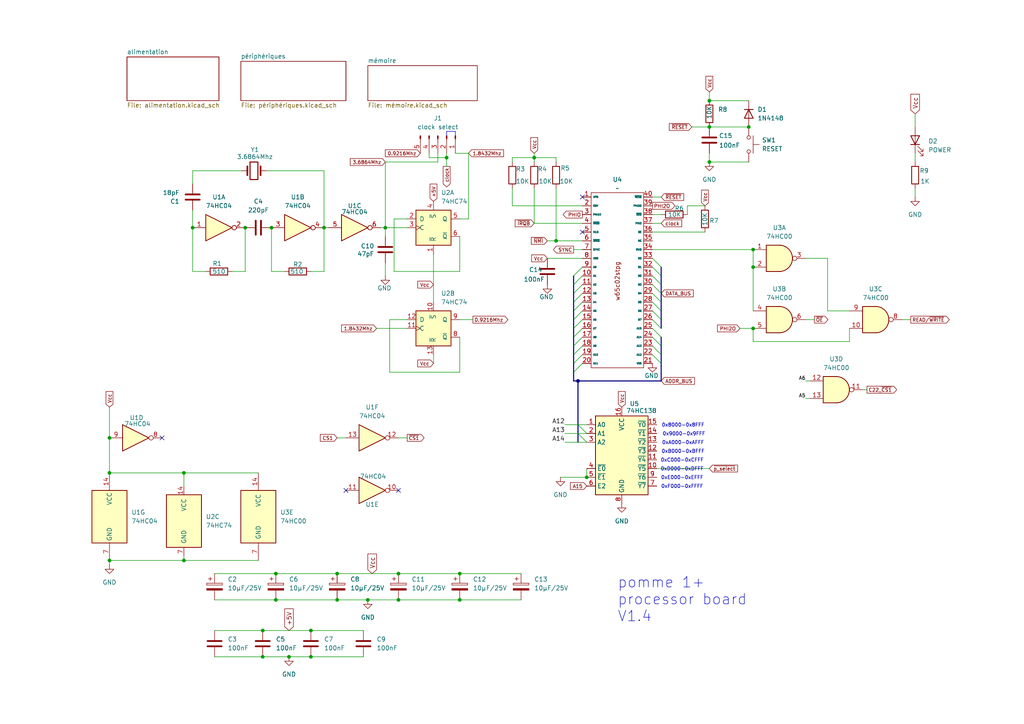
<source format=kicad_sch>
(kicad_sch (version 20231120) (generator "eeschema") (generator_version "8.0")
  (paper "A4")
  (lib_symbols
    (symbol "74xx:74HC00" (pin_names (offset 1.016))
      (property "Reference" "U" (at 0 1.27 0))
      (property "Value" "74HC00" (at 0 -1.27 0))
      (symbol "74HC00_1_1"
        (arc (start 0 -3.81) (mid 3.7934 0) (end 0 3.81) (stroke (width 0.254)) (fill (type background)))
        (polyline (pts (xy 0 3.81) (xy -3.81 3.81) (xy -3.81 -3.81) (xy 0 -3.81)) (stroke (width 0.254)) (fill (type background)))
        (pin input line (at -7.62 2.54 0) (length 3.81) (name "~") (number "1"))
        (pin input line (at -7.62 -2.54 0) (length 3.81) (name "~") (number "2"))
        (pin output inverted (at 7.62 0 180) (length 3.81) (name "~") (number "3"))
      )
      (symbol "74HC00_1_2"
        (arc (start -3.81 -3.81) (mid -2.589 0) (end -3.81 3.81) (stroke (width 0.254)))
        (arc (start -0.6096 -3.81) (mid 2.1842 -2.5851) (end 3.81 0) (stroke (width 0.254)) (fill (type background)))
        (polyline (pts (xy -3.81 -3.81) (xy -0.635 -3.81)) (stroke (width 0.254)) (fill (type background)))
        (polyline (pts (xy -3.81 3.81) (xy -0.635 3.81)) (stroke (width 0.254)) (fill (type background)))
        (polyline (pts (xy -0.635 3.81) (xy -3.81 3.81) (xy -3.81 3.81) (xy -3.556 3.4036) (xy -3.0226 2.2606) (xy -2.6924 1.0414) (xy -2.6162 -0.254) (xy -2.7686 -1.4986) (xy -3.175 -2.7178) (xy -3.81 -3.81) (xy -3.81 -3.81) (xy -0.635 -3.81)) (stroke (width -25.4)) (fill (type background)))
        (arc (start 3.81 0) (mid 2.1915 2.5936) (end -0.6096 3.81) (stroke (width 0.254)) (fill (type background)))
        (pin input inverted (at -7.62 2.54 0) (length 4.318) (name "~") (number "1"))
        (pin input inverted (at -7.62 -2.54 0) (length 4.318) (name "~") (number "2"))
        (pin output line (at 7.62 0 180) (length 3.81) (name "~") (number "3"))
      )
      (symbol "74HC00_2_1"
        (arc (start 0 -3.81) (mid 3.7934 0) (end 0 3.81) (stroke (width 0.254)) (fill (type background)))
        (polyline (pts (xy 0 3.81) (xy -3.81 3.81) (xy -3.81 -3.81) (xy 0 -3.81)) (stroke (width 0.254)) (fill (type background)))
        (pin input line (at -7.62 2.54 0) (length 3.81) (name "~") (number "4"))
        (pin input line (at -7.62 -2.54 0) (length 3.81) (name "~") (number "5"))
        (pin output inverted (at 7.62 0 180) (length 3.81) (name "~") (number "6"))
      )
      (symbol "74HC00_2_2"
        (arc (start -3.81 -3.81) (mid -2.589 0) (end -3.81 3.81) (stroke (width 0.254)))
        (arc (start -0.6096 -3.81) (mid 2.1842 -2.5851) (end 3.81 0) (stroke (width 0.254)) (fill (type background)))
        (polyline (pts (xy -3.81 -3.81) (xy -0.635 -3.81)) (stroke (width 0.254)) (fill (type background)))
        (polyline (pts (xy -3.81 3.81) (xy -0.635 3.81)) (stroke (width 0.254)) (fill (type background)))
        (polyline (pts (xy -0.635 3.81) (xy -3.81 3.81) (xy -3.81 3.81) (xy -3.556 3.4036) (xy -3.0226 2.2606) (xy -2.6924 1.0414) (xy -2.6162 -0.254) (xy -2.7686 -1.4986) (xy -3.175 -2.7178) (xy -3.81 -3.81) (xy -3.81 -3.81) (xy -0.635 -3.81)) (stroke (width -25.4)) (fill (type background)))
        (arc (start 3.81 0) (mid 2.1915 2.5936) (end -0.6096 3.81) (stroke (width 0.254)) (fill (type background)))
        (pin input inverted (at -7.62 2.54 0) (length 4.318) (name "~") (number "4"))
        (pin input inverted (at -7.62 -2.54 0) (length 4.318) (name "~") (number "5"))
        (pin output line (at 7.62 0 180) (length 3.81) (name "~") (number "6"))
      )
      (symbol "74HC00_3_1"
        (arc (start 0 -3.81) (mid 3.7934 0) (end 0 3.81) (stroke (width 0.254)) (fill (type background)))
        (polyline (pts (xy 0 3.81) (xy -3.81 3.81) (xy -3.81 -3.81) (xy 0 -3.81)) (stroke (width 0.254)) (fill (type background)))
        (pin input line (at -7.62 -2.54 0) (length 3.81) (name "~") (number "10"))
        (pin output inverted (at 7.62 0 180) (length 3.81) (name "~") (number "8"))
        (pin input line (at -7.62 2.54 0) (length 3.81) (name "~") (number "9"))
      )
      (symbol "74HC00_3_2"
        (arc (start -3.81 -3.81) (mid -2.589 0) (end -3.81 3.81) (stroke (width 0.254)))
        (arc (start -0.6096 -3.81) (mid 2.1842 -2.5851) (end 3.81 0) (stroke (width 0.254)) (fill (type background)))
        (polyline (pts (xy -3.81 -3.81) (xy -0.635 -3.81)) (stroke (width 0.254)) (fill (type background)))
        (polyline (pts (xy -3.81 3.81) (xy -0.635 3.81)) (stroke (width 0.254)) (fill (type background)))
        (polyline (pts (xy -0.635 3.81) (xy -3.81 3.81) (xy -3.81 3.81) (xy -3.556 3.4036) (xy -3.0226 2.2606) (xy -2.6924 1.0414) (xy -2.6162 -0.254) (xy -2.7686 -1.4986) (xy -3.175 -2.7178) (xy -3.81 -3.81) (xy -3.81 -3.81) (xy -0.635 -3.81)) (stroke (width -25.4)) (fill (type background)))
        (arc (start 3.81 0) (mid 2.1915 2.5936) (end -0.6096 3.81) (stroke (width 0.254)) (fill (type background)))
        (pin input inverted (at -7.62 -2.54 0) (length 4.318) (name "~") (number "10"))
        (pin output line (at 7.62 0 180) (length 3.81) (name "~") (number "8"))
        (pin input inverted (at -7.62 2.54 0) (length 4.318) (name "~") (number "9"))
      )
      (symbol "74HC00_4_1"
        (arc (start 0 -3.81) (mid 3.7934 0) (end 0 3.81) (stroke (width 0.254)) (fill (type background)))
        (polyline (pts (xy 0 3.81) (xy -3.81 3.81) (xy -3.81 -3.81) (xy 0 -3.81)) (stroke (width 0.254)) (fill (type background)))
        (pin output inverted (at 7.62 0 180) (length 3.81) (name "~") (number "11"))
        (pin input line (at -7.62 2.54 0) (length 3.81) (name "~") (number "12"))
        (pin input line (at -7.62 -2.54 0) (length 3.81) (name "~") (number "13"))
      )
      (symbol "74HC00_4_2"
        (arc (start -3.81 -3.81) (mid -2.589 0) (end -3.81 3.81) (stroke (width 0.254)))
        (arc (start -0.6096 -3.81) (mid 2.1842 -2.5851) (end 3.81 0) (stroke (width 0.254)) (fill (type background)))
        (polyline (pts (xy -3.81 -3.81) (xy -0.635 -3.81)) (stroke (width 0.254)) (fill (type background)))
        (polyline (pts (xy -3.81 3.81) (xy -0.635 3.81)) (stroke (width 0.254)) (fill (type background)))
        (polyline (pts (xy -0.635 3.81) (xy -3.81 3.81) (xy -3.81 3.81) (xy -3.556 3.4036) (xy -3.0226 2.2606) (xy -2.6924 1.0414) (xy -2.6162 -0.254) (xy -2.7686 -1.4986) (xy -3.175 -2.7178) (xy -3.81 -3.81) (xy -3.81 -3.81) (xy -0.635 -3.81)) (stroke (width -25.4)) (fill (type background)))
        (arc (start 3.81 0) (mid 2.1915 2.5936) (end -0.6096 3.81) (stroke (width 0.254)) (fill (type background)))
        (pin output line (at 7.62 0 180) (length 3.81) (name "~") (number "11"))
        (pin input inverted (at -7.62 2.54 0) (length 4.318) (name "~") (number "12"))
        (pin input inverted (at -7.62 -2.54 0) (length 4.318) (name "~") (number "13"))
      )
      (symbol "74HC00_5_0"
        (pin power_in line (at 0 12.7 270) (length 5.08) (name "VCC") (number "14"))
        (pin power_in line (at 0 -12.7 90) (length 5.08) (name "GND") (number "7"))
      )
      (symbol "74HC00_5_1"
        (rectangle (start -5.08 7.62) (end 5.08 -7.62) (stroke (width 0.254)) (fill (type background)))
      )
    )
    (symbol "74xx:74HC04"
      (property "Reference" "U" (at 0 1.27 0))
      (property "Value" "74HC04" (at 0 -1.27 0))
      (symbol "74HC04_1_0"
        (polyline (pts (xy -3.81 3.81) (xy -3.81 -3.81) (xy 3.81 0) (xy -3.81 3.81)) (stroke (width 0.254)) (fill (type background)))
        (pin input line (at -7.62 0 0) (length 3.81) (name "~") (number "1"))
        (pin output inverted (at 7.62 0 180) (length 3.81) (name "~") (number "2"))
      )
      (symbol "74HC04_2_0"
        (polyline (pts (xy -3.81 3.81) (xy -3.81 -3.81) (xy 3.81 0) (xy -3.81 3.81)) (stroke (width 0.254)) (fill (type background)))
        (pin input line (at -7.62 0 0) (length 3.81) (name "~") (number "3"))
        (pin output inverted (at 7.62 0 180) (length 3.81) (name "~") (number "4"))
      )
      (symbol "74HC04_3_0"
        (polyline (pts (xy -3.81 3.81) (xy -3.81 -3.81) (xy 3.81 0) (xy -3.81 3.81)) (stroke (width 0.254)) (fill (type background)))
        (pin input line (at -7.62 0 0) (length 3.81) (name "~") (number "5"))
        (pin output inverted (at 7.62 0 180) (length 3.81) (name "~") (number "6"))
      )
      (symbol "74HC04_4_0"
        (polyline (pts (xy -3.81 3.81) (xy -3.81 -3.81) (xy 3.81 0) (xy -3.81 3.81)) (stroke (width 0.254)) (fill (type background)))
        (pin output inverted (at 7.62 0 180) (length 3.81) (name "~") (number "8"))
        (pin input line (at -7.62 0 0) (length 3.81) (name "~") (number "9"))
      )
      (symbol "74HC04_5_0"
        (polyline (pts (xy -3.81 3.81) (xy -3.81 -3.81) (xy 3.81 0) (xy -3.81 3.81)) (stroke (width 0.254)) (fill (type background)))
        (pin output inverted (at 7.62 0 180) (length 3.81) (name "~") (number "10"))
        (pin input line (at -7.62 0 0) (length 3.81) (name "~") (number "11"))
      )
      (symbol "74HC04_6_0"
        (polyline (pts (xy -3.81 3.81) (xy -3.81 -3.81) (xy 3.81 0) (xy -3.81 3.81)) (stroke (width 0.254)) (fill (type background)))
        (pin output inverted (at 7.62 0 180) (length 3.81) (name "~") (number "12"))
        (pin input line (at -7.62 0 0) (length 3.81) (name "~") (number "13"))
      )
      (symbol "74HC04_7_0"
        (pin power_in line (at 0 12.7 270) (length 5.08) (name "VCC") (number "14"))
        (pin power_in line (at 0 -12.7 90) (length 5.08) (name "GND") (number "7"))
      )
      (symbol "74HC04_7_1"
        (rectangle (start -5.08 7.62) (end 5.08 -7.62) (stroke (width 0.254)) (fill (type background)))
      )
    )
    (symbol "74xx:74HC138"
      (property "Reference" "U" (at -7.62 13.97 0))
      (property "Value" "74HC138" (at 2.54 -11.43 0))
      (symbol "74HC138_0_1"
        (rectangle (start -7.62 12.7) (end 7.62 -10.16) (stroke (width 0.254)) (fill (type background)))
      )
      (symbol "74HC138_1_1"
        (pin input line (at -10.16 10.16 0) (length 2.54) (name "A0") (number "1"))
        (pin output line (at 10.16 -2.54 180) (length 2.54) (name "~{Y5}") (number "10"))
        (pin output line (at 10.16 0 180) (length 2.54) (name "~{Y4}") (number "11"))
        (pin output line (at 10.16 2.54 180) (length 2.54) (name "~{Y3}") (number "12"))
        (pin output line (at 10.16 5.08 180) (length 2.54) (name "~{Y2}") (number "13"))
        (pin output line (at 10.16 7.62 180) (length 2.54) (name "~{Y1}") (number "14"))
        (pin output line (at 10.16 10.16 180) (length 2.54) (name "~{Y0}") (number "15"))
        (pin power_in line (at 0 15.24 270) (length 2.54) (name "VCC") (number "16"))
        (pin input line (at -10.16 7.62 0) (length 2.54) (name "A1") (number "2"))
        (pin input line (at -10.16 5.08 0) (length 2.54) (name "A2") (number "3"))
        (pin input line (at -10.16 -2.54 0) (length 2.54) (name "~{E0}") (number "4"))
        (pin input line (at -10.16 -5.08 0) (length 2.54) (name "~{E1}") (number "5"))
        (pin input line (at -10.16 -7.62 0) (length 2.54) (name "E2") (number "6"))
        (pin output line (at 10.16 -7.62 180) (length 2.54) (name "~{Y7}") (number "7"))
        (pin power_in line (at 0 -12.7 90) (length 2.54) (name "GND") (number "8"))
        (pin output line (at 10.16 -5.08 180) (length 2.54) (name "~{Y6}") (number "9"))
      )
    )
    (symbol "74xx:74HC74" (pin_names (offset 1.016))
      (property "Reference" "U" (at -7.62 8.89 0))
      (property "Value" "74HC74" (at -7.62 -8.89 0))
      (symbol "74HC74_1_0"
        (pin input line (at 0 -7.62 90) (length 2.54) (name "~{R}") (number "1"))
        (pin input line (at -7.62 2.54 0) (length 2.54) (name "D") (number "2"))
        (pin input clock (at -7.62 0 0) (length 2.54) (name "C") (number "3"))
        (pin input line (at 0 7.62 270) (length 2.54) (name "~{S}") (number "4"))
        (pin output line (at 7.62 2.54 180) (length 2.54) (name "Q") (number "5"))
        (pin output line (at 7.62 -2.54 180) (length 2.54) (name "~{Q}") (number "6"))
      )
      (symbol "74HC74_1_1"
        (rectangle (start -5.08 5.08) (end 5.08 -5.08) (stroke (width 0.254)) (fill (type background)))
      )
      (symbol "74HC74_2_0"
        (pin input line (at 0 7.62 270) (length 2.54) (name "~{S}") (number "10"))
        (pin input clock (at -7.62 0 0) (length 2.54) (name "C") (number "11"))
        (pin input line (at -7.62 2.54 0) (length 2.54) (name "D") (number "12"))
        (pin input line (at 0 -7.62 90) (length 2.54) (name "~{R}") (number "13"))
        (pin output line (at 7.62 -2.54 180) (length 2.54) (name "~{Q}") (number "8"))
        (pin output line (at 7.62 2.54 180) (length 2.54) (name "Q") (number "9"))
      )
      (symbol "74HC74_2_1"
        (rectangle (start -5.08 5.08) (end 5.08 -5.08) (stroke (width 0.254)) (fill (type background)))
      )
      (symbol "74HC74_3_0"
        (pin power_in line (at 0 10.16 270) (length 2.54) (name "VCC") (number "14"))
        (pin power_in line (at 0 -10.16 90) (length 2.54) (name "GND") (number "7"))
      )
      (symbol "74HC74_3_1"
        (rectangle (start -5.08 7.62) (end 5.08 -7.62) (stroke (width 0.254)) (fill (type background)))
      )
    )
    (symbol "Connector:Conn_01x05_Pin" (pin_names (offset 1.016) hide)
      (property "Reference" "J" (at 0 7.62 0))
      (property "Value" "Conn_01x05_Pin" (at 0 -7.62 0))
      (symbol "Conn_01x05_Pin_1_1"
        (polyline (pts (xy 1.27 -5.08) (xy 0.8636 -5.08)) (stroke (width 0.1524)))
        (polyline (pts (xy 1.27 -2.54) (xy 0.8636 -2.54)) (stroke (width 0.1524)))
        (polyline (pts (xy 1.27 0) (xy 0.8636 0)) (stroke (width 0.1524)))
        (polyline (pts (xy 1.27 2.54) (xy 0.8636 2.54)) (stroke (width 0.1524)))
        (polyline (pts (xy 1.27 5.08) (xy 0.8636 5.08)) (stroke (width 0.1524)))
        (rectangle (start 0.8636 -4.953) (end 0 -5.207) (stroke (width 0.1524)) (fill (type outline)))
        (rectangle (start 0.8636 -2.413) (end 0 -2.667) (stroke (width 0.1524)) (fill (type outline)))
        (rectangle (start 0.8636 0.127) (end 0 -0.127) (stroke (width 0.1524)) (fill (type outline)))
        (rectangle (start 0.8636 2.667) (end 0 2.413) (stroke (width 0.1524)) (fill (type outline)))
        (rectangle (start 0.8636 5.207) (end 0 4.953) (stroke (width 0.1524)) (fill (type outline)))
        (pin passive line (at 5.08 5.08 180) (length 3.81) (name "Pin_1") (number "1"))
        (pin passive line (at 5.08 2.54 180) (length 3.81) (name "Pin_2") (number "2"))
        (pin passive line (at 5.08 0 180) (length 3.81) (name "Pin_3") (number "3"))
        (pin passive line (at 5.08 -2.54 180) (length 3.81) (name "Pin_4") (number "4"))
        (pin passive line (at 5.08 -5.08 180) (length 3.81) (name "Pin_5") (number "5"))
      )
    )
    (symbol "Device:C" (pin_numbers hide) (pin_names (offset 0.254))
      (property "Reference" "C" (at 0.635 2.54 0))
      (property "Value" "C" (at 0.635 -2.54 0))
      (symbol "C_0_1"
        (polyline (pts (xy -2.032 -0.762) (xy 2.032 -0.762)) (stroke (width 0.508)))
        (polyline (pts (xy -2.032 0.762) (xy 2.032 0.762)) (stroke (width 0.508)))
      )
      (symbol "C_1_1"
        (pin passive line (at 0 3.81 270) (length 2.794) (name "~") (number "1"))
        (pin passive line (at 0 -3.81 90) (length 2.794) (name "~") (number "2"))
      )
    )
    (symbol "Device:C_Polarized" (pin_numbers hide) (pin_names (offset 0.254))
      (property "Reference" "C" (at 0.635 2.54 0))
      (property "Value" "C_Polarized" (at 0.635 -2.54 0))
      (symbol "C_Polarized_0_1"
        (rectangle (start -2.286 0.508) (end 2.286 1.016))
        (polyline (pts (xy -1.778 2.286) (xy -0.762 2.286)))
        (polyline (pts (xy -1.27 2.794) (xy -1.27 1.778)))
        (rectangle (start 2.286 -0.508) (end -2.286 -1.016) (fill (type outline)))
      )
      (symbol "C_Polarized_1_1"
        (pin passive line (at 0 3.81 270) (length 2.794) (name "~") (number "1"))
        (pin passive line (at 0 -3.81 90) (length 2.794) (name "~") (number "2"))
      )
    )
    (symbol "Device:Crystal" (pin_numbers hide) (pin_names (offset 1.016) hide)
      (property "Reference" "Y" (at 0 3.81 0))
      (property "Value" "Crystal" (at 0 -3.81 0))
      (symbol "Crystal_0_1"
        (rectangle (start -1.143 2.54) (end 1.143 -2.54) (stroke (width 0.3048)))
        (polyline (pts (xy -2.54 0) (xy -1.905 0)))
        (polyline (pts (xy -1.905 -1.27) (xy -1.905 1.27)) (stroke (width 0.508)))
        (polyline (pts (xy 1.905 -1.27) (xy 1.905 1.27)) (stroke (width 0.508)))
        (polyline (pts (xy 2.54 0) (xy 1.905 0)))
      )
      (symbol "Crystal_1_1"
        (pin passive line (at -3.81 0 0) (length 1.27) (name "1") (number "1"))
        (pin passive line (at 3.81 0 180) (length 1.27) (name "2") (number "2"))
      )
    )
    (symbol "Device:LED" (pin_numbers hide) (pin_names (offset 1.016) hide)
      (property "Reference" "D" (at 0 2.54 0))
      (property "Value" "LED" (at 0 -2.54 0))
      (symbol "LED_0_1"
        (polyline (pts (xy -1.27 -1.27) (xy -1.27 1.27)) (stroke (width 0.254)))
        (polyline (pts (xy -1.27 0) (xy 1.27 0)))
        (polyline (pts (xy 1.27 -1.27) (xy 1.27 1.27) (xy -1.27 0) (xy 1.27 -1.27)) (stroke (width 0.254)))
        (polyline (pts (xy -3.048 -0.762) (xy -4.572 -2.286) (xy -3.81 -2.286) (xy -4.572 -2.286) (xy -4.572 -1.524)))
        (polyline (pts (xy -1.778 -0.762) (xy -3.302 -2.286) (xy -2.54 -2.286) (xy -3.302 -2.286) (xy -3.302 -1.524)))
      )
      (symbol "LED_1_1"
        (pin passive line (at -3.81 0 0) (length 2.54) (name "K") (number "1"))
        (pin passive line (at 3.81 0 180) (length 2.54) (name "A") (number "2"))
      )
    )
    (symbol "Device:R" (pin_numbers hide) (pin_names (offset 0))
      (property "Reference" "R" (at 2.032 0 90))
      (property "Value" "R" (at 0 0 90))
      (symbol "R_0_1"
        (rectangle (start -1.016 -2.54) (end 1.016 2.54) (stroke (width 0.254)))
      )
      (symbol "R_1_1"
        (pin passive line (at 0 3.81 270) (length 1.27) (name "~") (number "1"))
        (pin passive line (at 0 -3.81 90) (length 1.27) (name "~") (number "2"))
      )
    )
    (symbol "Diode:1N4148" (pin_numbers hide) (pin_names hide)
      (property "Reference" "D" (at 0 2.54 0))
      (property "Value" "1N4148" (at 0 -2.54 0))
      (symbol "1N4148_0_1"
        (polyline (pts (xy -1.27 1.27) (xy -1.27 -1.27)) (stroke (width 0.254)))
        (polyline (pts (xy 1.27 0) (xy -1.27 0)))
        (polyline (pts (xy 1.27 1.27) (xy 1.27 -1.27) (xy -1.27 0) (xy 1.27 1.27)) (stroke (width 0.254)))
      )
      (symbol "1N4148_1_1"
        (pin passive line (at -3.81 0 0) (length 2.54) (name "K") (number "1"))
        (pin passive line (at 3.81 0 180) (length 2.54) (name "A") (number "2"))
      )
    )
    (symbol "Switch:SW_MEC_5G" (pin_numbers hide) (pin_names (offset 1.016) hide)
      (property "Reference" "SW" (at 1.27 2.54 0))
      (property "Value" "SW_MEC_5G" (at 0 -1.524 0))
      (symbol "SW_MEC_5G_0_1"
        (circle (center -2.032 0) (radius 0.508))
        (polyline (pts (xy 0 1.27) (xy 0 3.048)))
        (polyline (pts (xy 2.54 1.27) (xy -2.54 1.27)))
        (circle (center 2.032 0) (radius 0.508))
        (pin passive line (at -5.08 0 0) (length 2.54) (name "A") (number "1"))
        (pin passive line (at 5.08 0 180) (length 2.54) (name "B") (number "3"))
      )
      (symbol "SW_MEC_5G_1_1"
        (pin passive line (at -5.08 0 0) (length 2.54) hide (name "A") (number "2"))
        (pin passive line (at 5.08 0 180) (length 2.54) hide (name "B") (number "4"))
      )
    )
    (symbol "W65Cxx:W65C02S6TPG"
      (property "Reference" "U" (at -0.762 26.67 0))
      (symbol "W65C02S6TPG_0_1"
        (rectangle (start -7.62 25.4) (end 7.62 -25.4))
      )
      (symbol "W65C02S6TPG_1_1"
        (text "w65c02stpg" (at 0 -0.254 900) (effects (font (size 1.27 1.27))))
        (pin output line (at -10.16 24.13 0) (length 2.54) (name "VPB") (number "1"))
        (pin output line (at -10.16 1.27 0) (length 2.54) (name "A1") (number "10"))
        (pin output line (at -10.16 -1.27 0) (length 2.54) (name "A2") (number "11"))
        (pin output line (at -10.16 -3.81 0) (length 2.54) (name "A3") (number "12"))
        (pin output line (at -10.16 -6.35 0) (length 2.54) (name "A4") (number "13"))
        (pin output line (at -10.16 -8.89 0) (length 2.54) (name "A5") (number "14"))
        (pin output line (at -10.16 -11.43 0) (length 2.54) (name "A6") (number "15"))
        (pin output line (at -10.16 -13.97 0) (length 2.54) (name "A7") (number "16"))
        (pin output line (at -10.16 -16.51 0) (length 2.54) (name "A8") (number "17"))
        (pin output line (at -10.16 -19.05 0) (length 2.54) (name "A9") (number "18"))
        (pin output line (at -10.16 -21.59 0) (length 2.54) (name "A10") (number "19"))
        (pin input line (at -10.16 21.59 0) (length 2.54) (name "RDY") (number "2"))
        (pin output line (at -10.16 -24.13 0) (length 2.54) (name "A11") (number "20"))
        (pin power_in line (at 10.16 -24.13 180) (length 2.54) (name "VSS") (number "21"))
        (pin output line (at 10.16 -21.59 180) (length 2.54) (name "A12") (number "22"))
        (pin output line (at 10.16 -19.05 180) (length 2.54) (name "A13") (number "23"))
        (pin output line (at 10.16 -16.51 180) (length 2.54) (name "A14") (number "24"))
        (pin output line (at 10.16 -13.97 180) (length 2.54) (name "A15") (number "25"))
        (pin bidirectional line (at 10.16 -11.43 180) (length 2.54) (name "D7") (number "26"))
        (pin bidirectional line (at 10.16 -8.89 180) (length 2.54) (name "D6") (number "27"))
        (pin bidirectional line (at 10.16 -6.35 180) (length 2.54) (name "D5") (number "28"))
        (pin bidirectional line (at 10.16 -3.81 180) (length 2.54) (name "D4") (number "29"))
        (pin output line (at -10.16 19.05 0) (length 2.54) (name "PHI1O") (number "3"))
        (pin bidirectional line (at 10.16 -1.27 180) (length 2.54) (name "D3") (number "30"))
        (pin bidirectional line (at 10.16 1.27 180) (length 2.54) (name "D2") (number "31"))
        (pin bidirectional line (at 10.16 3.81 180) (length 2.54) (name "D1") (number "32"))
        (pin bidirectional line (at 10.16 6.35 180) (length 2.54) (name "D0") (number "33"))
        (pin output line (at 10.16 8.89 180) (length 2.54) (name "RWB") (number "34"))
        (pin free line (at 10.16 11.43 180) (length 2.54) (name "NC") (number "35"))
        (pin input line (at 10.16 13.97 180) (length 2.54) (name "BE") (number "36"))
        (pin input line (at 10.16 16.51 180) (length 2.54) (name "PHI2") (number "37"))
        (pin input line (at 10.16 19.05 180) (length 2.54) (name "~{SOB}") (number "38"))
        (pin output line (at 10.16 21.59 180) (length 2.54) (name "PHI2O") (number "39"))
        (pin input line (at -10.16 16.51 0) (length 2.54) (name "~{IRQB}") (number "4"))
        (pin input line (at 10.16 24.13 180) (length 2.54) (name "~{RESB}") (number "40"))
        (pin output line (at -10.16 13.97 0) (length 2.54) (name "MLB") (number "5"))
        (pin input line (at -10.16 11.43 0) (length 2.54) (name "~{NMIB}") (number "6"))
        (pin output line (at -10.16 8.89 0) (length 2.54) (name "SYNC") (number "7"))
        (pin power_in line (at -10.16 6.35 0) (length 2.54) (name "VDD") (number "8"))
        (pin output line (at -10.16 3.81 0) (length 2.54) (name "A0") (number "9"))
      )
    )
    (symbol "power:GND" (power) (pin_numbers hide) (pin_names (offset 0) hide)
      (property "Value" "GND" (at 0 -3.81 0))
      (symbol "GND_0_1"
        (polyline (pts (xy 0 0) (xy 0 -1.27) (xy 1.27 -1.27) (xy 0 -2.54) (xy -1.27 -1.27) (xy 0 -1.27)))
      )
      (symbol "GND_1_1"
        (pin power_in line (at 0 0 270) (length 0) (name "~") (number "1"))
      )
    )
  )
  (junction (at 161.29 69.85))
  (junction (at 83.82 190.5))
  (junction (at 53.34 137.16))
  (junction (at 90.17 182.88))
  (junction (at 31.75 137.16))
  (junction (at 80.01 166.37))
  (junction (at 205.74 46.99))
  (junction (at 217.17 36.83))
  (junction (at 133.35 166.37))
  (junction (at 76.2 182.88))
  (junction (at 115.57 166.37))
  (junction (at 97.79 173.99))
  (junction (at 90.17 190.5))
  (junction (at 111.76 66.04))
  (junction (at 78.74 66.04))
  (junction (at 71.12 66.04))
  (junction (at 115.57 173.99))
  (junction (at 170.18 138.43))
  (junction (at 154.94 45.72))
  (junction (at 133.35 173.99))
  (junction (at 53.34 162.56))
  (junction (at 31.75 162.56))
  (junction (at 97.79 166.37))
  (junction (at 80.01 173.99))
  (junction (at 167.64 110.49))
  (junction (at 55.88 66.04))
  (junction (at 31.75 127))
  (junction (at 218.44 72.39))
  (junction (at 218.44 77.47))
  (junction (at 93.98 66.04))
  (junction (at 76.2 190.5))
  (junction (at 205.74 36.83))
  (junction (at 218.44 95.25))
  (junction (at 129.54 45.72))
  (junction (at 205.74 29.21))
  (junction (at 106.68 173.99))
  (no_connect (at 100.33 142.24))
  (no_connect (at 46.99 127))
  (no_connect (at 115.57 142.24))
  (no_connect (at 168.91 67.31))
  (no_connect (at 168.91 57.15))
  (bus_entry (at 189.23 80.01) (size 2.54 2.54))
  (bus_entry (at 168.91 87.63) (size -2.54 2.54))
  (bus_entry (at 189.23 92.71) (size 2.54 2.54))
  (bus_entry (at 168.91 97.79) (size -2.54 2.54))
  (bus_entry (at 189.23 102.87) (size 2.54 2.54))
  (bus_entry (at 168.91 77.47) (size -2.54 2.54))
  (bus_entry (at 168.91 92.71) (size -2.54 2.54))
  (bus_entry (at 167.64 123.19) (size 2.54 2.54))
  (bus_entry (at 168.91 102.87) (size -2.54 2.54))
  (bus_entry (at 168.91 95.25) (size -2.54 2.54))
  (bus_entry (at 168.91 80.01) (size -2.54 2.54))
  (bus_entry (at 168.91 100.33) (size -2.54 2.54))
  (bus_entry (at 168.91 82.55) (size -2.54 2.54))
  (bus_entry (at 168.91 85.09) (size -2.54 2.54))
  (bus_entry (at 189.23 85.09) (size 2.54 2.54))
  (bus_entry (at 168.91 105.41) (size -2.54 2.54))
  (bus_entry (at 189.23 74.93) (size 2.54 2.54))
  (bus_entry (at 189.23 82.55) (size 2.54 2.54))
  (bus_entry (at 189.23 90.17) (size 2.54 2.54))
  (bus_entry (at 168.91 90.17) (size -2.54 2.54))
  (bus_entry (at 189.23 97.79) (size 2.54 2.54))
  (bus_entry (at 189.23 77.47) (size 2.54 2.54))
  (bus_entry (at 189.23 95.25) (size 2.54 2.54))
  (bus_entry (at 189.23 87.63) (size 2.54 2.54))
  (bus_entry (at 189.23 100.33) (size 2.54 2.54))
  (bus_entry (at 167.64 125.73) (size 2.54 2.54))
  (wire (pts (xy 97.79 173.99) (xy 106.68 173.99)))
  (bus (pts (xy 167.64 110.49) (xy 166.37 110.49)))
  (wire (pts (xy 80.01 166.37) (xy 97.79 166.37)))
  (wire (pts (xy 205.74 36.83) (xy 217.17 36.83)))
  (wire (pts (xy 163.83 123.19) (xy 167.64 123.19)))
  (wire (pts (xy 133.35 166.37) (xy 151.13 166.37)))
  (wire (pts (xy 199.39 62.23) (xy 199.39 59.69)))
  (wire (pts (xy 161.29 69.85) (xy 168.91 69.85)))
  (wire (pts (xy 67.31 78.74) (xy 71.12 78.74)))
  (wire (pts (xy 53.34 140.97) (xy 53.34 137.16)))
  (wire (pts (xy 148.59 59.69) (xy 148.59 54.61)))
  (wire (pts (xy 31.75 162.56) (xy 53.34 162.56)))
  (wire (pts (xy 111.76 66.04) (xy 111.76 68.58)))
  (bus (pts (xy 166.37 92.71) (xy 166.37 95.25)))
  (wire (pts (xy 77.47 49.53) (xy 93.98 49.53)))
  (wire (pts (xy 190.5 135.89) (xy 205.74 135.89)))
  (wire (pts (xy 133.35 63.5) (xy 135.89 63.5)))
  (bus (pts (xy 191.77 105.41) (xy 191.77 110.49)))
  (wire (pts (xy 53.34 162.56) (xy 53.34 161.29)))
  (wire (pts (xy 240.03 74.93) (xy 240.03 90.17)))
  (wire (pts (xy 233.68 92.71) (xy 236.22 92.71)))
  (wire (pts (xy 90.17 78.74) (xy 93.98 78.74)))
  (wire (pts (xy 246.38 99.06) (xy 246.38 95.25)))
  (wire (pts (xy 158.75 69.85) (xy 161.29 69.85)))
  (wire (pts (xy 109.22 95.25) (xy 118.11 95.25)))
  (bus (pts (xy 166.37 90.17) (xy 166.37 92.71)))
  (wire (pts (xy 154.94 64.77) (xy 168.91 64.77)))
  (bus (pts (xy 167.64 110.49) (xy 167.64 123.19)))
  (wire (pts (xy 82.55 78.74) (xy 78.74 78.74)))
  (wire (pts (xy 189.23 64.77) (xy 191.77 64.77)))
  (wire (pts (xy 71.12 78.74) (xy 71.12 66.04)))
  (wire (pts (xy 80.01 173.99) (xy 97.79 173.99)))
  (wire (pts (xy 114.3 63.5) (xy 118.11 63.5)))
  (wire (pts (xy 133.35 173.99) (xy 151.13 173.99)))
  (bus (pts (xy 191.77 100.33) (xy 191.77 102.87)))
  (bus (pts (xy 166.37 80.01) (xy 166.37 82.55)))
  (wire (pts (xy 129.54 45.72) (xy 129.54 48.26)))
  (wire (pts (xy 218.44 72.39) (xy 218.44 77.47)))
  (wire (pts (xy 125.73 102.87) (xy 125.73 105.41)))
  (wire (pts (xy 111.76 76.2) (xy 111.76 80.01)))
  (wire (pts (xy 240.03 90.17) (xy 246.38 90.17)))
  (wire (pts (xy 133.35 97.79) (xy 133.35 107.95)))
  (wire (pts (xy 132.08 44.45) (xy 135.89 44.45)))
  (bus (pts (xy 191.77 82.55) (xy 191.77 85.09)))
  (wire (pts (xy 133.35 92.71) (xy 137.16 92.71)))
  (bus (pts (xy 166.37 87.63) (xy 166.37 90.17)))
  (wire (pts (xy 53.34 137.16) (xy 31.75 137.16)))
  (wire (pts (xy 113.03 92.71) (xy 118.11 92.71)))
  (bus (pts (xy 166.37 105.41) (xy 166.37 107.95)))
  (bus (pts (xy 191.77 110.49) (xy 167.64 110.49)))
  (bus (pts (xy 167.64 123.19) (xy 167.64 125.73)))
  (wire (pts (xy 154.94 44.45) (xy 154.94 45.72)))
  (wire (pts (xy 97.79 166.37) (xy 115.57 166.37)))
  (wire (pts (xy 167.64 125.73) (xy 170.18 125.73)))
  (wire (pts (xy 93.98 49.53) (xy 93.98 66.04)))
  (bus (pts (xy 167.64 125.73) (xy 167.64 128.27)))
  (wire (pts (xy 76.2 182.88) (xy 90.17 182.88)))
  (wire (pts (xy 124.46 44.45) (xy 124.46 45.72)))
  (wire (pts (xy 31.75 118.11) (xy 31.75 127)))
  (wire (pts (xy 53.34 137.16) (xy 74.93 137.16)))
  (wire (pts (xy 158.75 74.93) (xy 168.91 74.93)))
  (wire (pts (xy 62.23 182.88) (xy 76.2 182.88)))
  (bus (pts (xy 191.77 97.79) (xy 191.77 100.33)))
  (wire (pts (xy 218.44 77.47) (xy 218.44 90.17)))
  (wire (pts (xy 200.66 36.83) (xy 205.74 36.83)))
  (wire (pts (xy 163.83 128.27) (xy 170.18 128.27)))
  (wire (pts (xy 163.83 125.73) (xy 167.64 125.73)))
  (wire (pts (xy 111.76 66.04) (xy 118.11 66.04)))
  (wire (pts (xy 189.23 67.31) (xy 204.47 67.31)))
  (bus (pts (xy 166.37 82.55) (xy 166.37 85.09)))
  (wire (pts (xy 31.75 162.56) (xy 31.75 163.83)))
  (wire (pts (xy 78.74 78.74) (xy 78.74 66.04)))
  (bus (pts (xy 166.37 102.87) (xy 166.37 105.41)))
  (wire (pts (xy 161.29 46.99) (xy 161.29 45.72)))
  (polyline (pts (xy 129.54 38.1) (xy 132.08 38.1)))
  (wire (pts (xy 74.93 162.56) (xy 53.34 162.56)))
  (wire (pts (xy 111.76 46.99) (xy 111.76 66.04)))
  (wire (pts (xy 205.74 44.45) (xy 205.74 46.99)))
  (bus (pts (xy 191.77 85.09) (xy 191.77 87.63)))
  (wire (pts (xy 62.23 173.99) (xy 80.01 173.99)))
  (wire (pts (xy 189.23 62.23) (xy 191.77 62.23)))
  (wire (pts (xy 97.79 127) (xy 100.33 127)))
  (wire (pts (xy 265.43 54.61) (xy 265.43 57.15)))
  (wire (pts (xy 55.88 78.74) (xy 55.88 66.04)))
  (bus (pts (xy 166.37 97.79) (xy 166.37 100.33)))
  (wire (pts (xy 166.37 72.39) (xy 168.91 72.39)))
  (wire (pts (xy 189.23 72.39) (xy 218.44 72.39)))
  (wire (pts (xy 127 46.99) (xy 111.76 46.99)))
  (bus (pts (xy 191.77 80.01) (xy 191.77 82.55)))
  (polyline (pts (xy 132.08 38.1) (xy 132.08 39.37)))
  (wire (pts (xy 90.17 190.5) (xy 105.41 190.5)))
  (wire (pts (xy 83.82 190.5) (xy 90.17 190.5)))
  (wire (pts (xy 233.68 110.49) (xy 234.95 110.49)))
  (wire (pts (xy 55.88 60.96) (xy 55.88 66.04)))
  (wire (pts (xy 133.35 107.95) (xy 113.03 107.95)))
  (wire (pts (xy 115.57 173.99) (xy 133.35 173.99)))
  (wire (pts (xy 127 44.45) (xy 127 46.99)))
  (bus (pts (xy 166.37 85.09) (xy 166.37 87.63)))
  (wire (pts (xy 170.18 135.89) (xy 170.18 138.43)))
  (wire (pts (xy 55.88 49.53) (xy 55.88 53.34)))
  (wire (pts (xy 250.19 113.03) (xy 251.46 113.03)))
  (wire (pts (xy 218.44 95.25) (xy 218.44 99.06)))
  (wire (pts (xy 90.17 182.88) (xy 105.41 182.88)))
  (wire (pts (xy 214.63 95.25) (xy 218.44 95.25)))
  (bus (pts (xy 166.37 95.25) (xy 166.37 97.79)))
  (wire (pts (xy 205.74 29.21) (xy 217.17 29.21)))
  (wire (pts (xy 233.68 115.57) (xy 234.95 115.57)))
  (wire (pts (xy 265.43 33.02) (xy 265.43 36.83)))
  (wire (pts (xy 113.03 107.95) (xy 113.03 92.71)))
  (wire (pts (xy 154.94 45.72) (xy 154.94 46.99)))
  (wire (pts (xy 62.23 190.5) (xy 76.2 190.5)))
  (wire (pts (xy 69.85 49.53) (xy 55.88 49.53)))
  (wire (pts (xy 161.29 45.72) (xy 154.94 45.72)))
  (wire (pts (xy 93.98 78.74) (xy 93.98 66.04)))
  (wire (pts (xy 162.56 138.43) (xy 170.18 138.43)))
  (wire (pts (xy 110.49 66.04) (xy 111.76 66.04)))
  (bus (pts (xy 191.77 90.17) (xy 191.77 92.71)))
  (polyline (pts (xy 129.54 39.37) (xy 129.54 38.1)))
  (wire (pts (xy 205.74 46.99) (xy 217.17 46.99)))
  (wire (pts (xy 154.94 54.61) (xy 154.94 64.77)))
  (wire (pts (xy 148.59 45.72) (xy 148.59 46.99)))
  (bus (pts (xy 191.77 102.87) (xy 191.77 105.41)))
  (wire (pts (xy 106.68 173.99) (xy 115.57 173.99)))
  (wire (pts (xy 59.69 78.74) (xy 55.88 78.74)))
  (wire (pts (xy 199.39 59.69) (xy 204.47 59.69)))
  (wire (pts (xy 115.57 166.37) (xy 133.35 166.37)))
  (wire (pts (xy 124.46 45.72) (xy 129.54 45.72)))
  (wire (pts (xy 205.74 26.67) (xy 205.74 29.21)))
  (wire (pts (xy 167.64 123.19) (xy 170.18 123.19)))
  (wire (pts (xy 129.54 44.45) (xy 129.54 45.72)))
  (wire (pts (xy 133.35 78.74) (xy 114.3 78.74)))
  (wire (pts (xy 135.89 44.45) (xy 135.89 63.5)))
  (wire (pts (xy 261.62 92.71) (xy 264.16 92.71)))
  (wire (pts (xy 62.23 166.37) (xy 80.01 166.37)))
  (wire (pts (xy 93.98 66.04) (xy 95.25 66.04)))
  (wire (pts (xy 76.2 190.5) (xy 83.82 190.5)))
  (wire (pts (xy 161.29 54.61) (xy 161.29 69.85)))
  (wire (pts (xy 265.43 44.45) (xy 265.43 46.99)))
  (bus (pts (xy 191.77 92.71) (xy 191.77 95.25)))
  (wire (pts (xy 189.23 57.15) (xy 191.77 57.15)))
  (wire (pts (xy 31.75 127) (xy 31.75 137.16)))
  (wire (pts (xy 125.73 73.66) (xy 125.73 87.63)))
  (wire (pts (xy 148.59 59.69) (xy 168.91 59.69)))
  (bus (pts (xy 166.37 107.95) (xy 166.37 110.49)))
  (wire (pts (xy 114.3 78.74) (xy 114.3 63.5)))
  (bus (pts (xy 166.37 100.33) (xy 166.37 102.87)))
  (bus (pts (xy 191.77 87.63) (xy 191.77 90.17)))
  (wire (pts (xy 133.35 68.58) (xy 133.35 78.74)))
  (wire (pts (xy 233.68 74.93) (xy 240.03 74.93)))
  (wire (pts (xy 115.57 127) (xy 118.11 127)))
  (wire (pts (xy 218.44 99.06) (xy 246.38 99.06)))
  (wire (pts (xy 148.59 45.72) (xy 154.94 45.72)))
  (bus (pts (xy 191.77 77.47) (xy 191.77 80.01)))
  (text "0x9000-0x9FFF" (at 198.374 125.984 0) (effects (font (size 1.016 1.016))))
  (text "pomme 1+\nprocessor board\nV1.4" (at 179.07 173.99 0) (effects (font (size 3.048 3.048)) (justify left)))
  (text "0xF000-0xFFFF" (at 197.866 141.224 0) (effects (font (size 1.016 1.016))))
  (text "0xE000-0xEFFF" (at 197.866 138.684 0) (effects (font (size 1.016 1.016))))
  (text "0xD000-0xDFFF" (at 197.866 136.144 0) (effects (font (size 1.016 1.016))))
  (text "0xA000-0xAFFF" (at 198.12 128.524 0) (effects (font (size 1.016 1.016))))
  (text "0xB000-0xBFFF" (at 198.12 131.064 0) (effects (font (size 1.016 1.016))))
  (text "0x8000-0x8FFF" (at 198.12 123.444 0) (effects (font (size 1.016 1.016))))
  (text "0xC000-0xCFFF" (at 197.866 133.604 0) (effects (font (size 1.016 1.016))))
  (label "A6" (at 233.68 110.49 180) (effects (font (size 1.016 1.016))))
  (label "A14" (at 163.83 128.27 180))
  (label "A12" (at 163.83 123.19 180))
  (label "A5" (at 233.68 115.57 180) (effects (font (size 1.016 1.016))))
  (label "A13" (at 163.83 125.73 180))
  (global_label "PHI2O" (shape input) (at 214.63 95.25 180) (effects (font (size 1.016 1.016))) (property "Intersheetrefs" "${INTERSHEET_REFS}" (effects (hide yes))))
  (global_label "~{NMI}" (shape input) (at 158.75 69.85 180) (effects (font (size 1.016 1.016))) (property "Intersheetrefs" "${INTERSHEET_REFS}" (effects (hide yes))))
  (global_label "~{IRQB}" (shape input) (at 154.94 64.77 180) (effects (font (size 1.016 1.016))) (property "Intersheetrefs" "${INTERSHEET_REFS}" (effects (hide yes))))
  (global_label "Vcc" (shape input) (at 125.73 105.41 180) (effects (font (size 1.016 1.016))) (property "Intersheetrefs" "${INTERSHEET_REFS}" (effects (hide yes))))
  (global_label "1.8432Mhz" (shape input) (at 109.22 95.25 180) (effects (font (size 1.016 1.016))) (property "Intersheetrefs" "${INTERSHEET_REFS}" (effects (hide yes))))
  (global_label "1.8432Mhz" (shape input) (at 135.89 44.45 0) (effects (font (size 1.016 1.016))) (property "Intersheetrefs" "${INTERSHEET_REFS}" (effects (hide yes))))
  (global_label "CS1" (shape input) (at 97.79 127 180) (effects (font (size 1.016 1.016))) (property "Intersheetrefs" "${INTERSHEET_REFS}" (effects (hide yes))))
  (global_label "C22_~{CS1}" (shape output) (at 251.46 113.03 0) (effects (font (size 1.016 1.016))) (property "Intersheetrefs" "${INTERSHEET_REFS}" (effects (hide yes))))
  (global_label "~{CS1}" (shape output) (at 118.11 127 0) (effects (font (size 1.016 1.016))) (property "Intersheetrefs" "${INTERSHEET_REFS}" (effects (hide yes))))
  (global_label "~{OE}" (shape output) (at 236.22 92.71 0) (effects (font (size 1.016 1.016))) (property "Intersheetrefs" "${INTERSHEET_REFS}" (effects (hide yes))))
  (global_label "Vcc" (shape input) (at 125.73 82.55 180) (effects (font (size 1.016 1.016))) (property "Intersheetrefs" "${INTERSHEET_REFS}" (effects (hide yes))))
  (global_label "Vcc" (shape input) (at 154.94 44.45 90) (effects (font (size 1.016 1.016))) (property "Intersheetrefs" "${INTERSHEET_REFS}" (effects (hide yes))))
  (global_label "Vcc" (shape input) (at 107.95 166.37 90) (property "Intersheetrefs" "${INTERSHEET_REFS}" (effects (hide yes))))
  (global_label "ADDR_BUS" (shape input) (at 191.77 110.49 0) (effects (font (size 1.016 1.016))) (property "Intersheetrefs" "${INTERSHEET_REFS}" (effects (hide yes))))
  (global_label "~{RESET}" (shape input) (at 200.66 36.83 180) (effects (font (size 1.016 1.016))) (property "Intersheetrefs" "${INTERSHEET_REFS}" (effects (hide yes))))
  (global_label "Vcc" (shape input) (at 205.74 26.67 90) (effects (font (size 1.016 1.016))) (property "Intersheetrefs" "${INTERSHEET_REFS}" (effects (hide yes))))
  (global_label "~{p_select}" (shape input) (at 205.74 135.89 0) (effects (font (size 1.016 1.016))) (property "Intersheetrefs" "${INTERSHEET_REFS}" (effects (hide yes))))
  (global_label "Vcc" (shape input) (at 265.43 33.02 90) (property "Intersheetrefs" "${INTERSHEET_REFS}" (effects (hide yes))))
  (global_label "~{RESET}" (shape input) (at 191.77 57.15 0) (effects (font (size 1.016 1.016))) (property "Intersheetrefs" "${INTERSHEET_REFS}" (effects (hide yes))))
  (global_label "DATA_BUS" (shape input) (at 191.77 85.09 0) (effects (font (size 1.016 1.016))) (property "Intersheetrefs" "${INTERSHEET_REFS}" (effects (hide yes))))
  (global_label "Vcc" (shape input) (at 31.75 118.11 90) (effects (font (size 1.016 1.016))) (property "Intersheetrefs" "${INTERSHEET_REFS}" (effects (hide yes))))
  (global_label "READ{slash}~{WRITE}" (shape output) (at 264.16 92.71 0) (effects (font (size 1.016 1.016))) (property "Intersheetrefs" "${INTERSHEET_REFS}" (effects (hide yes))))
  (global_label "Vcc" (shape input) (at 204.47 59.69 90) (effects (font (size 1.016 1.016))) (property "Intersheetrefs" "${INTERSHEET_REFS}" (effects (hide yes))))
  (global_label "A15" (shape input) (at 170.18 140.97 180) (effects (font (size 1.016 1.016))) (property "Intersheetrefs" "${INTERSHEET_REFS}" (effects (hide yes))))
  (global_label "0.9216Mhz" (shape output) (at 137.16 92.71 0) (effects (font (size 1.016 1.016))) (property "Intersheetrefs" "${INTERSHEET_REFS}" (effects (hide yes))))
  (global_label "SYNC" (shape output) (at 166.37 72.39 180) (effects (font (size 1.016 1.016))) (property "Intersheetrefs" "${INTERSHEET_REFS}" (effects (hide yes))))
  (global_label "PHI2O" (shape output) (at 189.23 59.69 0) (effects (font (size 1.016 1.016))) (property "Intersheetrefs" "${INTERSHEET_REFS}" (effects (hide yes))))
  (global_label "clock" (shape output) (at 129.54 48.26 270) (effects (font (size 1.016 1.016))) (property "Intersheetrefs" "${INTERSHEET_REFS}" (effects (hide yes))))
  (global_label "PHIO" (shape output) (at 168.91 62.23 180) (effects (font (size 1.016 1.016))) (property "Intersheetrefs" "${INTERSHEET_REFS}" (effects (hide yes))))
  (global_label "+5V" (shape input) (at 83.82 182.88 90) (property "Intersheetrefs" "${INTERSHEET_REFS}" (effects (hide yes))))
  (global_label "0.9216Mhz" (shape input) (at 121.92 44.45 180) (effects (font (size 1.016 1.016))) (property "Intersheetrefs" "${INTERSHEET_REFS}" (effects (hide yes))))
  (global_label "Vcc" (shape input) (at 180.34 118.11 90) (effects (font (size 1.016 1.016))) (property "Intersheetrefs" "${INTERSHEET_REFS}" (effects (hide yes))))
  (global_label "3.6864Mhz" (shape input) (at 111.76 46.99 180) (effects (font (size 1.016 1.016))) (property "Intersheetrefs" "${INTERSHEET_REFS}" (effects (hide yes))))
  (global_label "clock" (shape input) (at 191.77 64.77 0) (effects (font (size 1.016 1.016))) (property "Intersheetrefs" "${INTERSHEET_REFS}" (effects (hide yes))))
  (global_label "Vcc" (shape input) (at 158.75 74.93 180) (effects (font (size 1.016 1.016))) (property "Intersheetrefs" "${INTERSHEET_REFS}" (effects (hide yes))))
  (global_label "+5V" (shape input) (at 125.73 58.42 90) (effects (font (size 1.016 1.016))) (property "Intersheetrefs" "${INTERSHEET_REFS}" (effects (hide yes))))
  (symbol (lib_id "Device:C") (at 55.88 57.15 0) (unit 1)
    (property "Reference" "C1" (at 52.07 58.4201 0) (effects (justify right)))
    (property "Value" "18pF" (at 52.07 55.8801 0) (effects (justify right)))
    (property "Description" "Unpolarized capacitor" (effects (hide yes)))
  )
  (symbol (lib_id "Device:C") (at 105.41 186.69 0) (unit 1)
    (property "Reference" "C9" (at 109.22 185.4199 0) (effects (justify left)))
    (property "Value" "100nF" (at 109.22 187.9599 0) (effects (justify left)))
    (property "Description" "Unpolarized capacitor" (effects (hide yes)))
  )
  (symbol (lib_id "Device:C") (at 111.76 72.39 180) (unit 1)
    (property "Reference" "C10" (at 104.648 71.374 0) (effects (justify right)))
    (property "Value" "47pF" (at 103.632 73.66 0) (effects (justify right)))
    (property "Description" "Unpolarized capacitor" (effects (hide yes)))
  )
  (symbol (lib_id "74xx:74HC04") (at 39.37 127 0) (unit 4)
    (property "Reference" "U1" (at 39.624 121.158 0))
    (property "Value" "74HC04" (at 39.878 122.936 0))
    (property "Datasheet" "https://assets.nexperia.com/documents/data-sheet/74HC_HCT04.pdf" (effects (hide yes)))
    (property "Description" "Hex Inverter" (effects (hide yes)))
  )
  (symbol (lib_id "74xx:74HC00") (at 226.06 92.71 0) (unit 2)
    (property "Reference" "U3" (at 226.0517 83.82 0))
    (property "Value" "74HC00" (at 226.0517 86.36 0))
    (property "Datasheet" "http://www.ti.com/lit/gpn/sn74hc00" (effects (hide yes)))
    (property "Description" "quad 2-input NAND gate" (effects (hide yes)))
  )
  (symbol (lib_id "74xx:74HC04") (at 31.75 149.86 0) (unit 7)
    (property "Reference" "U1" (at 38.1 148.5899 0) (effects (justify left)))
    (property "Value" "74HC04" (at 38.1 151.1299 0) (effects (justify left)))
    (property "Datasheet" "https://assets.nexperia.com/documents/data-sheet/74HC_HCT04.pdf" (effects (hide yes)))
    (property "Description" "Hex Inverter" (effects (hide yes)))
  )
  (symbol (lib_id "Device:R") (at 204.47 63.5 0) (unit 1)
    (property "Reference" "R7" (at 205.74 64.008 0) (effects (justify left)))
    (property "Value" "10K" (at 204.47 65.532 90) (effects (justify left)))
    (property "Description" "Resistor" (effects (hide yes)))
  )
  (symbol (lib_id "Device:C") (at 90.17 186.69 0) (unit 1)
    (property "Reference" "C7" (at 93.98 185.4199 0) (effects (justify left)))
    (property "Value" "100nF" (at 93.98 187.9599 0) (effects (justify left)))
    (property "Description" "Unpolarized capacitor" (effects (hide yes)))
  )
  (symbol (lib_id "Device:C_Polarized") (at 151.13 170.18 0) (unit 1)
    (property "Reference" "C13" (at 154.94 168.0209 0) (effects (justify left)))
    (property "Value" "10µF/25V" (at 154.94 170.5609 0) (effects (justify left)))
    (property "Description" "Polarized capacitor" (effects (hide yes)))
  )
  (symbol (lib_id "power:GND") (at 180.34 146.05 0) (unit 1)
    (property "Reference" "#PWR07" (effects (hide yes)))
    (property "Value" "GND" (at 180.34 151.13 0))
    (property "Description" "Power symbol creates a global label with name \"GND\" , ground" (effects (hide yes)))
  )
  (symbol (lib_id "Device:LED") (at 265.43 40.64 90) (unit 1)
    (property "Reference" "D2" (at 269.24 40.9574 90) (effects (justify right)))
    (property "Value" "POWER" (at 269.24 43.4974 90) (effects (justify right)))
    (property "Description" "Light emitting diode" (effects (hide yes)))
  )
  (symbol (lib_id "Device:C") (at 76.2 186.69 0) (unit 1)
    (property "Reference" "C5" (at 80.01 185.4199 0) (effects (justify left)))
    (property "Value" "100nF" (at 80.01 187.9599 0) (effects (justify left)))
    (property "Description" "Unpolarized capacitor" (effects (hide yes)))
  )
  (symbol (lib_id "Device:C") (at 62.23 186.69 0) (unit 1)
    (property "Reference" "C3" (at 66.04 185.4199 0) (effects (justify left)))
    (property "Value" "100nF" (at 66.04 187.9599 0) (effects (justify left)))
    (property "Description" "Unpolarized capacitor" (effects (hide yes)))
  )
  (symbol (lib_id "74xx:74HC04") (at 102.87 66.04 0) (unit 3)
    (property "Reference" "U1" (at 102.87 59.69 0))
    (property "Value" "74HC04" (at 102.87 61.468 0))
    (property "Datasheet" "https://assets.nexperia.com/documents/data-sheet/74HC_HCT04.pdf" (effects (hide yes)))
    (property "Description" "Hex Inverter" (effects (hide yes)))
  )
  (symbol (lib_id "74xx:74HC00") (at 242.57 113.03 0) (unit 4)
    (property "Reference" "U3" (at 242.5617 104.14 0))
    (property "Value" "74HC00" (at 242.5617 106.68 0))
    (property "Datasheet" "http://www.ti.com/lit/gpn/sn74hc00" (effects (hide yes)))
    (property "Description" "quad 2-input NAND gate" (effects (hide yes)))
  )
  (symbol (lib_id "power:GND") (at 158.75 82.55 0) (unit 1)
    (property "Reference" "#PWR05" (effects (hide yes)))
    (property "Value" "GND" (at 158.496 86.106 0))
    (property "Description" "Power symbol creates a global label with name \"GND\" , ground" (effects (hide yes)))
  )
  (symbol (lib_id "Device:R") (at 205.74 33.02 0) (unit 1)
    (property "Reference" "R8" (at 208.28 31.7499 0) (effects (justify left)))
    (property "Value" "10K" (at 205.74 34.544 90) (effects (justify left)))
    (property "Description" "Resistor" (effects (hide yes)))
  )
  (symbol (lib_id "power:GND") (at 111.76 80.01 0) (unit 1)
    (property "Reference" "#PWR04" (effects (hide yes)))
    (property "Value" "GND" (at 111.506 83.566 0))
    (property "Description" "Power symbol creates a global label with name \"GND\" , ground" (effects (hide yes)))
  )
  (symbol (lib_id "Diode:1N4148") (at 217.17 33.02 270) (unit 1)
    (property "Reference" "D1" (at 219.71 31.7499 90) (effects (justify left)))
    (property "Value" "1N4148" (at 219.71 34.2899 90) (effects (justify left)))
    (property "Footprint" "Diode_THT:D_DO-35_SOD27_P7.62mm_Horizontal" (effects (hide yes)))
    (property "Datasheet" "https://assets.nexperia.com/documents/data-sheet/1N4148_1N4448.pdf" (effects (hide yes)))
    (property "Description" "100V 0.15A standard switching diode, DO-35" (effects (hide yes)))
    (property "Sim.Device" "D" (effects (hide yes)))
    (property "Sim.Pins" "1=K 2=A" (effects (hide yes)))
  )
  (symbol (lib_id "Device:R") (at 161.29 50.8 0) (unit 1)
    (property "Reference" "R5" (at 162.56 48.768 0) (effects (justify left)))
    (property "Value" "10K" (at 162.306 52.578 0) (effects (justify left)))
    (property "Description" "Resistor" (effects (hide yes)))
  )
  (symbol (lib_id "74xx:74HC00") (at 226.06 74.93 0) (unit 1)
    (property "Reference" "U3" (at 226.0517 66.04 0))
    (property "Value" "74HC00" (at 226.0517 68.58 0))
    (property "Datasheet" "http://www.ti.com/lit/gpn/sn74hc00" (effects (hide yes)))
    (property "Description" "quad 2-input NAND gate" (effects (hide yes)))
  )
  (symbol (lib_id "W65Cxx:W65C02S6TPG") (at 179.07 81.28 0) (unit 1)
    (property "Reference" "U4" (at 179.07 52.07 0))
    (property "Value" "~" (at 179.07 54.61 0))
  )
  (symbol (lib_id "Device:C") (at 74.93 66.04 90) (unit 1)
    (property "Reference" "C4" (at 74.93 58.42 90))
    (property "Value" "220pF" (at 74.93 60.96 90))
    (property "Description" "Unpolarized capacitor" (effects (hide yes)))
  )
  (symbol (lib_id "74xx:74HC04") (at 107.95 142.24 0) (unit 5)
    (property "Reference" "U1" (at 107.95 146.304 0))
    (property "Value" "74HC04" (at 108.204 138.176 0))
    (property "Datasheet" "https://assets.nexperia.com/documents/data-sheet/74HC_HCT04.pdf" (effects (hide yes)))
    (property "Description" "Hex Inverter" (effects (hide yes)))
  )
  (symbol (lib_id "Device:C") (at 158.75 78.74 0) (unit 1)
    (property "Reference" "C14" (at 153.416 78.232 0) (effects (justify left)))
    (property "Value" "100nF" (at 151.892 81.026 0) (effects (justify left)))
    (property "Description" "Unpolarized capacitor" (effects (hide yes)))
  )
  (symbol (lib_id "Switch:SW_MEC_5G") (at 217.17 41.91 270) (unit 1)
    (property "Reference" "SW1" (at 220.98 40.6399 90) (effects (justify left)))
    (property "Value" "RESET" (at 220.98 43.1799 90) (effects (justify left)))
    (property "Datasheet" "http://www.apem.com/int/index.php?controller=attachment&id_attachment=488" (effects (hide yes)))
    (property "Description" "MEC 5G single pole normally-open tactile switch" (effects (hide yes)))
  )
  (symbol (lib_id "Device:R") (at 195.58 62.23 90) (unit 1)
    (property "Reference" "R6" (at 198.374 60.452 90) (effects (justify left)))
    (property "Value" "10K" (at 197.612 62.23 90) (effects (justify left)))
    (property "Description" "Resistor" (effects (hide yes)))
  )
  (symbol (lib_id "power:GND") (at 31.75 163.83 0) (unit 1)
    (property "Reference" "#PWR01" (effects (hide yes)))
    (property "Value" "GND" (at 31.75 168.91 0))
    (property "Description" "Power symbol creates a global label with name \"GND\" , ground" (effects (hide yes)))
  )
  (symbol (lib_id "74xx:74HC00") (at 74.93 149.86 0) (unit 5)
    (property "Reference" "U3" (at 81.28 148.5899 0) (effects (justify left)))
    (property "Value" "74HC00" (at 81.28 151.1299 0) (effects (justify left)))
    (property "Datasheet" "http://www.ti.com/lit/gpn/sn74hc00" (effects (hide yes)))
    (property "Description" "quad 2-input NAND gate" (effects (hide yes)))
  )
  (symbol (lib_id "74xx:74HC04") (at 86.36 66.04 0) (unit 2)
    (property "Reference" "U1" (at 86.36 57.15 0))
    (property "Value" "74HC04" (at 86.36 59.69 0))
    (property "Datasheet" "https://assets.nexperia.com/documents/data-sheet/74HC_HCT04.pdf" (effects (hide yes)))
    (property "Description" "Hex Inverter" (effects (hide yes)))
  )
  (symbol (lib_id "power:GND") (at 83.82 190.5 0) (unit 1)
    (property "Reference" "#PWR02" (effects (hide yes)))
    (property "Value" "GND" (at 83.82 195.58 0))
    (property "Description" "Power symbol creates a global label with name \"GND\" , ground" (effects (hide yes)))
  )
  (symbol (lib_id "Device:Crystal") (at 73.66 49.53 0) (unit 1)
    (property "Reference" "Y1" (at 73.914 43.434 0))
    (property "Value" "3.6864Mhz" (at 73.914 45.466 0))
    (property "Datasheet" "Citizen crystal HC-49/U-S3686400ABJB" (effects (hide yes)))
    (property "Description" "Two pin crystal" (effects (hide yes)))
  )
  (symbol (lib_id "Connector:Conn_01x05_Pin") (at 127 39.37 270) (unit 1)
    (property "Reference" "J1" (at 127 34.29 90))
    (property "Value" "clock select" (at 127 36.83 90))
    (property "Description" "Generic connector, single row, 01x05, script generated" (effects (hide yes)))
  )
  (symbol (lib_id "Device:C_Polarized") (at 133.35 170.18 0) (unit 1)
    (property "Reference" "C12" (at 137.16 168.0209 0) (effects (justify left)))
    (property "Value" "10µF/25V" (at 137.16 170.5609 0) (effects (justify left)))
    (property "Description" "Polarized capacitor" (effects (hide yes)))
  )
  (symbol (lib_id "74xx:74HC74") (at 125.73 95.25 0) (unit 2)
    (property "Reference" "U2" (at 127.9241 85.09 0) (effects (justify left)))
    (property "Value" "74HC74" (at 127.9241 87.63 0) (effects (justify left)))
    (property "Datasheet" "74xx/74hc_hct74.pdf" (effects (hide yes)))
    (property "Description" "Dual D Flip-flop, Set & Reset" (effects (hide yes)))
  )
  (symbol (lib_id "Device:R") (at 154.94 50.8 0) (unit 1)
    (property "Reference" "R4" (at 155.956 49.022 0) (effects (justify left)))
    (property "Value" "10K" (at 156.21 52.578 0) (effects (justify left)))
    (property "Description" "Resistor" (effects (hide yes)))
  )
  (symbol (lib_id "Device:C") (at 205.74 40.64 0) (unit 1)
    (property "Reference" "C15" (at 208.534 39.37 0) (effects (justify left)))
    (property "Value" "100nF" (at 208.534 42.164 0) (effects (justify left)))
    (property "Description" "Unpolarized capacitor" (effects (hide yes)))
  )
  (symbol (lib_id "74xx:74HC74") (at 125.73 66.04 0) (unit 1)
    (property "Reference" "U2" (at 127.9241 55.88 0) (effects (justify left)))
    (property "Value" "74HC74" (at 127.9241 58.42 0) (effects (justify left)))
    (property "Datasheet" "74xx/74hc_hct74.pdf" (effects (hide yes)))
    (property "Description" "Dual D Flip-flop, Set & Reset" (effects (hide yes)))
  )
  (symbol (lib_id "power:GND") (at 265.43 57.15 0) (unit 1)
    (property "Reference" "#PWR010" (effects (hide yes)))
    (property "Value" "GND" (at 265.43 62.23 0))
    (property "Description" "Power symbol creates a global label with name \"GND\" , ground" (effects (hide yes)))
  )
  (symbol (lib_id "74xx:74HC74") (at 53.34 151.13 0) (unit 3)
    (property "Reference" "U2" (at 59.69 149.8599 0) (effects (justify left)))
    (property "Value" "74HC74" (at 59.69 152.3999 0) (effects (justify left)))
    (property "Datasheet" "74xx/74hc_hct74.pdf" (effects (hide yes)))
    (property "Description" "Dual D Flip-flop, Set & Reset" (effects (hide yes)))
  )
  (symbol (lib_id "74xx:74HC00") (at 254 92.71 0) (unit 3)
    (property "Reference" "U3" (at 253.9917 83.82 0))
    (property "Value" "74HC00" (at 253.9917 86.36 0))
    (property "Datasheet" "http://www.ti.com/lit/gpn/sn74hc00" (effects (hide yes)))
    (property "Description" "quad 2-input NAND gate" (effects (hide yes)))
  )
  (symbol (lib_id "74xx:74HC04") (at 63.5 66.04 0) (unit 1)
    (property "Reference" "U1" (at 63.5 57.15 0))
    (property "Value" "74HC04" (at 63.5 59.69 0))
    (property "Datasheet" "https://assets.nexperia.com/documents/data-sheet/74HC_HCT04.pdf" (effects (hide yes)))
    (property "Description" "Hex Inverter" (effects (hide yes)))
  )
  (symbol (lib_id "Device:R") (at 86.36 78.74 90) (unit 1)
    (property "Reference" "R2" (at 86.36 76.708 90))
    (property "Value" "510" (at 86.106 78.74 90))
    (property "Description" "Resistor" (effects (hide yes)))
  )
  (symbol (lib_id "74xx:74HC138") (at 180.34 133.35 0) (unit 1)
    (property "Reference" "U5" (at 182.626 117.094 0) (effects (justify left)))
    (property "Value" "74HC138" (at 181.61 119.126 0) (effects (justify left)))
    (property "Datasheet" "http://www.ti.com/lit/ds/symlink/cd74hc238.pdf" (effects (hide yes)))
    (property "Description" "3-to-8 line decoder/multiplexer inverting, DIP-16/SOIC-16/SSOP-16" (effects (hide yes)))
  )
  (symbol (lib_id "Device:C_Polarized") (at 115.57 170.18 0) (unit 1)
    (property "Reference" "C11" (at 119.38 168.0209 0) (effects (justify left)))
    (property "Value" "10µF/25V" (at 119.38 170.5609 0) (effects (justify left)))
    (property "Description" "Polarized capacitor" (effects (hide yes)))
  )
  (symbol (lib_id "power:GND") (at 189.23 105.41 0) (unit 1)
    (property "Reference" "#PWR08" (effects (hide yes)))
    (property "Value" "GND" (at 188.976 108.966 0))
    (property "Description" "Power symbol creates a global label with name \"GND\" , ground" (effects (hide yes)))
  )
  (symbol (lib_id "Device:C_Polarized") (at 97.79 170.18 0) (unit 1)
    (property "Reference" "C8" (at 101.6 168.0209 0) (effects (justify left)))
    (property "Value" "10µF/25V" (at 101.6 170.5609 0) (effects (justify left)))
    (property "Description" "Polarized capacitor" (effects (hide yes)))
  )
  (symbol (lib_id "power:GND") (at 162.56 138.43 0) (unit 1)
    (property "Reference" "#PWR06" (effects (hide yes)))
    (property "Value" "GND" (at 162.56 143.51 0))
    (property "Description" "Power symbol creates a global label with name \"GND\" , ground" (effects (hide yes)))
  )
  (symbol (lib_id "Device:R") (at 148.59 50.8 0) (unit 1)
    (property "Reference" "R3" (at 149.606 49.022 0) (effects (justify left)))
    (property "Value" "10K" (at 149.606 52.578 0) (effects (justify left)))
    (property "Description" "Resistor" (effects (hide yes)))
  )
  (symbol (lib_id "Device:R") (at 63.5 78.74 90) (unit 1)
    (property "Reference" "R1" (at 62.992 76.454 90))
    (property "Value" "510" (at 63.5 78.74 90))
    (property "Description" "Resistor" (effects (hide yes)))
  )
  (symbol (lib_id "power:GND") (at 205.74 46.99 0) (unit 1)
    (property "Reference" "#PWR09" (effects (hide yes)))
    (property "Value" "GND" (at 205.74 52.07 0))
    (property "Description" "Power symbol creates a global label with name \"GND\" , ground" (effects (hide yes)))
  )
  (symbol (lib_id "Device:C_Polarized") (at 62.23 170.18 0) (unit 1)
    (property "Reference" "C2" (at 66.04 168.0209 0) (effects (justify left)))
    (property "Value" "10µF/25V" (at 66.04 170.5609 0) (effects (justify left)))
    (property "Description" "Polarized capacitor" (effects (hide yes)))
  )
  (symbol (lib_id "Device:R") (at 265.43 50.8 0) (unit 1)
    (property "Reference" "R9" (at 266.7 49.53 0) (effects (justify left)))
    (property "Value" "1K" (at 266.954 52.578 0) (effects (justify left)))
    (property "Description" "Resistor" (effects (hide yes)))
  )
  (symbol (lib_id "Device:C_Polarized") (at 80.01 170.18 0) (unit 1)
    (property "Reference" "C6" (at 83.82 168.0209 0) (effects (justify left)))
    (property "Value" "10µF/25V" (at 83.82 170.5609 0) (effects (justify left)))
    (property "Description" "Polarized capacitor" (effects (hide yes)))
  )
  (symbol (lib_id "power:GND") (at 106.68 173.99 0) (unit 1)
    (property "Reference" "#PWR03" (effects (hide yes)))
    (property "Value" "GND" (at 106.68 179.07 0))
    (property "Description" "Power symbol creates a global label with name \"GND\" , ground" (effects (hide yes)))
  )
  (symbol (lib_id "74xx:74HC04") (at 107.95 127 0) (unit 6)
    (property "Reference" "U1" (at 107.95 118.11 0))
    (property "Value" "74HC04" (at 107.95 120.65 0))
    (property "Datasheet" "https://assets.nexperia.com/documents/data-sheet/74HC_HCT04.pdf" (effects (hide yes)))
    (property "Description" "Hex Inverter" (effects (hide yes)))
  )
  (sheet (at 36.83 16.51) (size 26.67 12.7) (stroke (width 0.1524))
    (property "Sheetname" "alimentation" (at 36.83 15.7984 0) (effects (justify left bottom)))
    (property "Sheetfile" "alimentation.kicad_sch" (at 36.83 29.7946 0) (effects (justify left top)))
  )
  (sheet (at 106.68 19.05) (size 31.75 10.16) (stroke (width 0.1524))
    (property "Sheetname" "mémoire" (at 106.68 18.3384 0) (effects (justify left bottom)))
    (property "Sheetfile" "mémoire.kicad_sch" (at 106.68 29.7946 0) (effects (justify left top)))
  )
  (sheet (at 69.85 17.78) (size 30.48 11.43) (stroke (width 0.1524))
    (property "Sheetname" "périphériques" (at 69.85 17.0684 0) (effects (justify left bottom)))
    (property "Sheetfile" "périphériques.kicad_sch" (at 69.85 29.7946 0) (effects (justify left top)))
  )
)
</source>
